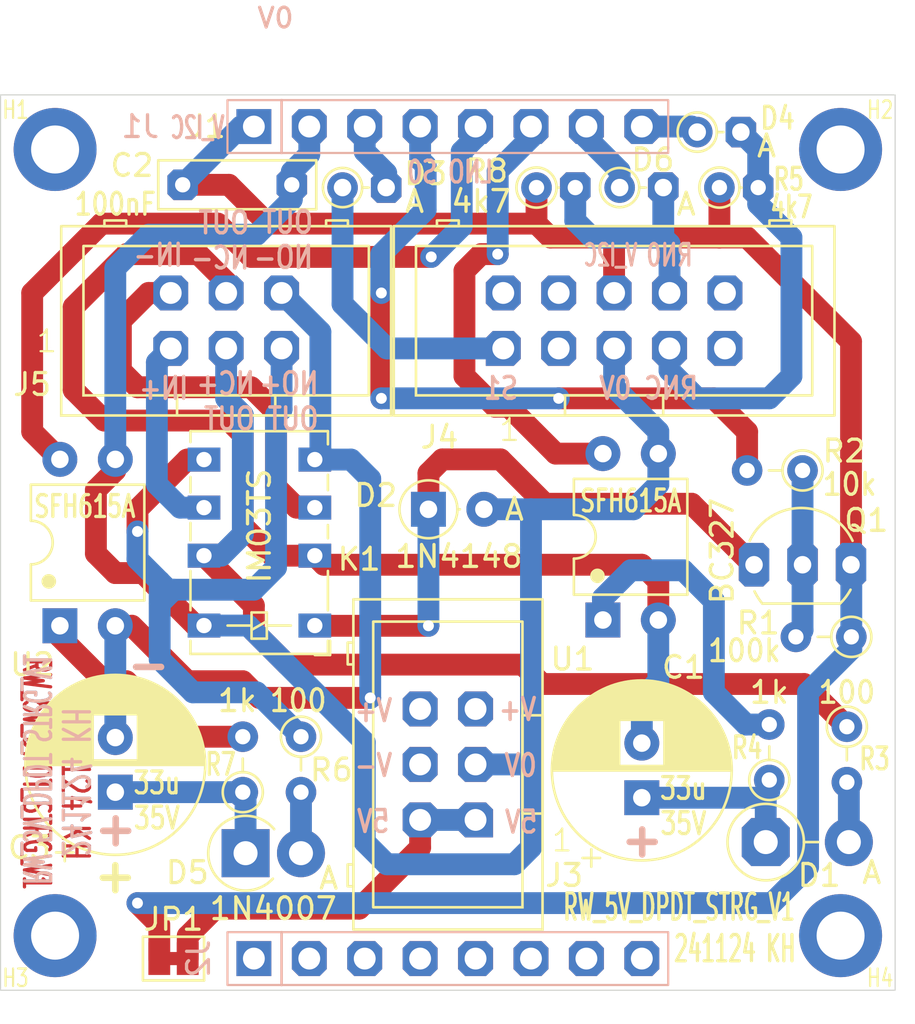
<source format=kicad_pcb>
(kicad_pcb (version 20240108) (generator "pcbnew") (generator_version "8.0")
  (layers (0 "F.Cu" signal) (31 "B.Cu" signal) (34 "B.Paste" user) (35 "F.Paste" user) (36 "B.SilkS" user "B.Silkscreen") (37 "F.SilkS" user "F.Silkscreen") (38 "B.Mask" user) (39 "F.Mask" user) (44 "Edge.Cuts" user))
  (net 0 "")
  (net 1 "/OUTNC-")
  (net 2 "Net-(D1-A)")
  (net 3 "/REL+")
  (net 4 "/S1")
  (net 5 "/S1i")
  (net 6 "Net-(D5-K)")
  (net 7 "/0V")
  (net 8 "/OUTNO-")
  (net 9 "/S0")
  (net 10 "/RNC")
  (net 11 "/RNCi")
  (net 12 "Net-(D5-A)")
  (net 17 "/V_I2C")
  (net 20 "/5V")
  (net 25 "/RNO")
  (net 27 "/RNOi")
  (net 30 "/LNO")
  (net 31 "/LNC")
  (net 32 "/OUTNC+")
  (net 33 "/IN+")
  (net 34 "/IN-")
  (net 35 "/OUTNO+")
  (net 36 "/Q1B")
  (net 37 "Net-(R4-Pad2)")
  (net 38 "Net-(D1-K)")
  (net 42 "Net-(R7-Pad2)")
  (footprint "_kh_library:MountingHole_2.2mm_M2_Pad_TopBottom_kh" (layer "F.Cu") (at 70.07 26.45)
    (property "Reference" "H2" (at 1.812 -1.812 0) (layer "F.SilkS") (effects (font (size 0.8 0.6) (thickness 0.1) (bold yes))))
    (property "Value" "MountingHole" (hide yes))
    (pad "1" thru_hole circle (at 0 0) (size 2.6 2.6) (drill 2.2) (layers "*.Cu" "*.Mask"))
    (pad "1" connect circle (at 0 0) (size 3.8 3.8) (layers "F.Cu" "F.Mask"))
    (pad "1" connect circle (at 0 0) (size 3.8 3.8) (layers "B.Cu" "B.Mask"))
  )
  (footprint "_kh_library:D_DO-41_SOD81_P2.54mm_Vertical_AnodeUp_kh" (layer "F.Cu") (at 42.799 58.674)
    (property "Reference" "D5" (at -2.667 0.889 0) (layer "F.SilkS"))
    (property "Value" "1N4007")
    (fp_text user "A" (at 3.81 1.143 0) (layer "F.SilkS"))
    (pad "1" thru_hole rect (at 0 0) (size 2.2 2.2) (drill 1.1) (layers "*.Cu" "*.Mask") (net 6 "Net-(D5-K)"))
    (pad "2" thru_hole oval (at 2.54 0) (size 2.2 2.2) (drill 1.1) (layers "*.Cu" "*.Mask") (net 12 "Net-(D5-A)"))
  )
  (footprint "Resistor_THT:R_Axial_DIN0204_L3.6mm_D1.6mm_P2.54mm_Vertical" (layer "F.Cu") (at 66.802 55.322 90)
    (property "Reference" "R4" (at 1.474 -1.016 180) (layer "F.SilkS") (effects (font (size 1 0.7))))
    (property "Value" "1k")
    (pad "1" thru_hole circle (at 0 0 90) (size 1.4 1.4) (drill 0.7) (layers "*.Cu" "*.Mask") (net 38 "Net-(D1-K)"))
    (pad "2" thru_hole oval (at 2.54 0 90) (size 1.4 1.4) (drill 0.7) (layers "*.Cu" "*.Mask") (net 37 "Net-(R4-Pad2)"))
  )
  (footprint "_kh_library:Box_02x03_P2.54mm_Vertical_kh" (layer "F.Cu") (at 39.37 35.56)
    (property "Reference" "J5" (at -6.35 1.651 0) (layer "F.SilkS"))
    (property "Value" "Box_02x03_P2.54_Vertical" (hide yes))
    (fp_text user "1" (at -6.223 0.254 0) (layer "F.SilkS") (effects (font (thickness 0.1)) (justify left bottom)))
    (pad "1" thru_hole roundrect (at 0 0) (size 1.6 1.6) (drill 1) (layers "*.Cu" "*.Mask") (roundrect_rratio 0) (chamfer_ratio 0.2) (chamfer top_left top_right bottom_right) (net 33 "/IN+"))
    (pad "2" thru_hole roundrect (at 0 -2.54) (size 1.6 1.6) (drill 1) (layers "*.Cu" "*.Mask") (roundrect_rratio 0) (chamfer_ratio 0.2) (chamfer top_left top_right bottom_left bottom_right) (net 34 "/IN-"))
    (pad "3" thru_hole roundrect (at 2.54 0) (size 1.6 1.6) (drill 1) (layers "*.Cu" "*.Mask") (roundrect_rratio 0) (chamfer_ratio 0.2) (chamfer top_left top_right bottom_left bottom_right) (net 32 "/OUTNC+"))
    (pad "4" thru_hole roundrect (at 2.54 -2.54) (size 1.6 1.6) (drill 1) (layers "*.Cu" "*.Mask") (roundrect_rratio 0) (chamfer_ratio 0.2) (chamfer top_left top_right bottom_left bottom_right) (net 1 "/OUTNC-"))
    (pad "5" thru_hole roundrect (at 5.08 0) (size 1.6 1.6) (drill 1) (layers "*.Cu" "*.Mask") (roundrect_rratio 0) (chamfer_ratio 0.2) (chamfer top_left top_right bottom_left bottom_right) (net 35 "/OUTNO+"))
    (pad "6" thru_hole roundrect (at 5.08 -2.54) (size 1.6 1.6) (drill 1) (layers "*.Cu" "*.Mask") (roundrect_rratio 0) (chamfer_ratio 0.2) (chamfer top_left top_right bottom_left bottom_right) (net 8 "/OUTNO-"))
  )
  (footprint "_kh_library:R_Axial_P1.778mm_Vertical_kh" (layer "F.Cu") (at 64.516 28.194)
    (property "Reference" "R5" (at 3.175 -0.381 180) (layer "F.SilkS") (effects (font (size 1 0.7))))
    (property "Value" "4k7")
    (pad "1" thru_hole circle (at 0 0) (size 1.4 1.4) (drill 0.7) (layers "*.Cu" "*.Mask") (net 17 "/V_I2C"))
    (pad "2" thru_hole roundrect (at 1.778 0) (size 1.4 1.4) (drill 0.7) (layers "*.Cu" "*.Mask") (roundrect_rratio 0) (chamfer_ratio 0.2) (chamfer top_left top_right bottom_left bottom_right) (net 10 "/RNC"))
  )
  (footprint "Resistor_THT:R_Axial_DIN0204_L3.6mm_D1.6mm_P2.54mm_Vertical" (layer "F.Cu") (at 68.326 41.148 180)
    (property "Reference" "R2" (at -1.905 0.889 0) (layer "F.SilkS"))
    (property "Value" "10k")
    (pad "1" thru_hole circle (at 0 0 180) (size 1.4 1.4) (drill 0.7) (layers "*.Cu" "*.Mask") (net 36 "/Q1B"))
    (pad "2" thru_hole oval (at 2.54 0 180) (size 1.4 1.4) (drill 0.7) (layers "*.Cu" "*.Mask") (net 9 "/S0"))
  )
  (footprint "_kh_library:D_DO-41_SOD81_P3.81mm_Vertical_AnodeUp_kh" (layer "F.Cu") (at 66.638818 58.166)
    (property "Reference" "D1" (at 2.449182 1.524 180) (layer "F.SilkS"))
    (property "Value" "1N4007")
    (fp_text user "A" (at 4.862182 1.397 180) (layer "F.SilkS"))
    (pad "1" thru_hole roundrect (at 0 0) (size 2.2 2.2) (drill 1.1) (layers "*.Cu" "*.Mask") (roundrect_rratio 0) (chamfer_ratio 0.2) (chamfer top_left top_right bottom_left bottom_right) (net 38 "Net-(D1-K)"))
    (pad "2" thru_hole oval (at 3.81 0) (size 2.2 2.2) (drill 1.1) (layers "*.Cu" "*.Mask") (net 2 "Net-(D1-A)"))
  )
  (footprint "Diode_THT:D_DO-35_SOD27_P2.54mm_Vertical_AnodeUp" (layer "F.Cu") (at 51.181 42.926)
    (property "Reference" "D2" (at -2.413 -0.635 180) (layer "F.SilkS"))
    (property "Value" "1N4148")
    (fp_text user "A" (at 3.937 0 180) (layer "F.SilkS"))
    (pad "1" thru_hole rect (at 0 0) (size 1.6 1.6) (drill 0.8) (layers "*.Cu" "*.Mask") (net 3 "/REL+"))
    (pad "2" thru_hole oval (at 2.54 0) (size 1.6 1.6) (drill 0.8) (layers "*.Cu" "*.Mask") (net 7 "/0V"))
  )
  (footprint "Resistor_THT:R_Axial_DIN0204_L3.6mm_D1.6mm_P2.54mm_Vertical" (layer "F.Cu") (at 70.358 52.882 -90)
    (property "Reference" "R3" (at 1.474 -1.27 180) (layer "F.SilkS") (effects (font (size 1 0.7))))
    (property "Value" "100")
    (pad "1" thru_hole circle (at 0 0 270) (size 1.4 1.4) (drill 0.7) (layers "*.Cu" "*.Mask") (net 32 "/OUTNC+"))
    (pad "2" thru_hole oval (at 2.54 0 270) (size 1.4 1.4) (drill 0.7) (layers "*.Cu" "*.Mask") (net 2 "Net-(D1-A)"))
  )
  (footprint "_kh_library:D_DO-35_P2.0mm_Vertical_AnodeUp_kh" (layer "F.Cu") (at 59.944 28.194)
    (property "Reference" "D6" (hide yes))
    (property "Value" "1N4148" (hide yes))
    (fp_text user "${REFERENCE}" (at 1.524 -1.27 0) (layer "F.SilkS"))
    (fp_text user "A" (at 3.048 0.762 0) (layer "F.SilkS"))
    (pad "1" thru_hole circle (at 0 0) (size 1.4 1.4) (drill 0.8) (layers "*.Cu" "*.Mask") (net 27 "/RNOi"))
    (pad "2" thru_hole roundrect (at 2 0) (size 1.4 1.4) (drill 0.8) (layers "*.Cu" "*.Mask") (roundrect_rratio 0) (chamfer_ratio 0.2) (chamfer top_left top_right bottom_left bottom_right) (net 25 "/RNO"))
  )
  (footprint "Resistor_THT:R_Axial_DIN0204_L3.6mm_D1.6mm_P2.54mm_Vertical" (layer "F.Cu") (at 42.672 55.88 90)
    (property "Reference" "R7" (at 1.27 -1.016 180) (layer "F.SilkS") (effects (font (size 1 0.7))))
    (property "Value" "1k")
    (pad "1" thru_hole circle (at 0 0 90) (size 1.4 1.4) (drill 0.7) (layers "*.Cu" "*.Mask") (net 6 "Net-(D5-K)"))
    (pad "2" thru_hole oval (at 2.54 0 90) (size 1.4 1.4) (drill 0.7) (layers "*.Cu" "*.Mask") (net 42 "Net-(R7-Pad2)"))
  )
  (footprint "_kh_library:D_DO-35_P2.0mm_Vertical_AnodeUp_kh" (layer "F.Cu") (at 47.244 28.194)
    (property "Reference" "D3" (at 3.81 -0.635 0) (layer "F.SilkS"))
    (property "Value" "1N4148" (hide yes))
    (fp_text user "A" (at 3.302 0.635 0) (layer "F.SilkS"))
    (pad "1" thru_hole circle (at 0 0) (size 1.4 1.4) (drill 0.8) (layers "*.Cu" "*.Mask") (net 4 "/S1"))
    (pad "2" thru_hole roundrect (at 2 0) (size 1.4 1.4) (drill 0.8) (layers "*.Cu" "*.Mask") (roundrect_rratio 0) (chamfer_ratio 0.2) (chamfer top_left top_right bottom_left bottom_right) (net 5 "/S1i"))
  )
  (footprint "_kh_library:C_Rect_L7.0mm_W2.0mm_P5.00mm_kh" (layer "F.Cu") (at 44.918 28.067 180)
    (property "Reference" "C2" (at 7.326 0.889 0) (layer "F.SilkS"))
    (property "Value" "100nF")
    (pad "1" thru_hole roundrect (at 0 0 180) (size 1.4 1.4) (drill 0.7) (layers "*.Cu" "*.Mask") (roundrect_rratio 0) (chamfer_ratio 0.2) (chamfer top_left top_right bottom_left bottom_right) (net 7 "/0V"))
    (pad "2" thru_hole roundrect (at 5 0 180) (size 1.4 1.4) (drill 0.7) (layers "*.Cu" "*.Mask") (roundrect_rratio 0) (chamfer_ratio 0.2) (chamfer top_left top_right bottom_left bottom_right) (net 17 "/V_I2C"))
  )
  (footprint "Jumper:SolderJumper-2_P1.3mm_Bridged_Pad1.0x1.5mm" (layer "F.Cu") (at 39.497 63.5)
    (property "Reference" "JP1" (at 0 -1.8 0) (layer "F.SilkS"))
    (property "Value" "Jumper_2_Bridged" (hide yes))
    (fp_poly (pts (xy -0.25 -0.3) (xy 0.25 -0.3) (xy 0.25 0.3) (xy -0.25 0.3)) (fill solid) (layer "F.Cu"))
    (pad "1" smd rect (at -0.65 0) (size 1 1.5) (layers "F.Cu" "F.Mask") (net 17 "/V_I2C"))
    (pad "2" smd rect (at 0.65 0) (size 1 1.5) (layers "F.Cu" "F.Mask") (net 20 "/5V"))
  )
  (footprint "_kh_library:MountingHole_2.2mm_M2_Pad_TopBottom_kh" (layer "F.Cu") (at 34.07 26.45)
    (property "Reference" "H1" (at -1.812 -1.812 0) (layer "F.SilkS") (effects (font (size 0.8 0.6) (thickness 0.1) (bold yes))))
    (property "Value" "MountingHole" (hide yes))
    (pad "1" thru_hole circle (at 0 0) (size 2.6 2.6) (drill 2.2) (layers "*.Cu" "*.Mask"))
    (pad "1" connect circle (at 0 0) (size 3.8 3.8) (layers "F.Cu" "F.Mask"))
    (pad "1" connect circle (at 0 0) (size 3.8 3.8) (layers "B.Cu" "B.Mask"))
  )
  (footprint "Resistor_THT:R_Axial_DIN0204_L3.6mm_D1.6mm_P2.54mm_Vertical" (layer "F.Cu") (at 45.339 53.34 -90)
    (property "Reference" "R6" (at 1.524 -1.397 180) (layer "F.SilkS"))
    (property "Value" "100")
    (pad "1" thru_hole circle (at 0 0 270) (size 1.4 1.4) (drill 0.7) (layers "*.Cu" "*.Mask") (net 35 "/OUTNO+"))
    (pad "2" thru_hole oval (at 2.54 0 270) (size 1.4 1.4) (drill 0.7) (layers "*.Cu" "*.Mask") (net 12 "Net-(D5-A)"))
  )
  (footprint "_kh_library:MountingHole_2.2mm_M2_Pad_TopBottom_kh" (layer "F.Cu") (at 34.07 62.45)
    (property "Reference" "H3" (at -1.812 1.939 0) (layer "F.SilkS") (effects (font (size 0.8 0.6) (thickness 0.1) (bold yes))))
    (property "Value" "MountingHole" (hide yes))
    (pad "1" thru_hole circle (at 0 0) (size 2.6 2.6) (drill 2.2) (layers "*.Cu" "*.Mask"))
    (pad "1" connect circle (at 0 0) (size 3.8 3.8) (layers "F.Cu" "F.Mask"))
    (pad "1" connect circle (at 0 0) (size 3.8 3.8) (layers "B.Cu" "B.Mask"))
  )
  (footprint "_kh_library:TO-92_Inline_Wide_2.2225" (layer "F.Cu") (at 66.1035 45.466)
    (property "Reference" "Q1" (at 5.1435 -2.032 0) (layer "F.SilkS"))
    (property "Value" "BC327")
    (pad "1" thru_hole roundrect (at 0 0) (size 1.4 2) (drill 0.8) (layers "*.Cu" "*.Mask") (roundrect_rratio 0) (chamfer_ratio 0.2) (chamfer top_left top_right bottom_left bottom_right) (net 3 "/REL+"))
    (pad "2" thru_hole roundrect (at 2.2225 0) (size 1.4 2) (drill 0.8) (layers "*.Cu" "*.Mask") (roundrect_rratio 0) (chamfer_ratio 0.2) (chamfer top_left top_right bottom_left bottom_right) (net 36 "/Q1B"))
    (pad "3" thru_hole roundrect (at 4.445 0) (size 1.4 2) (drill 0.8) (layers "*.Cu" "*.Mask") (roundrect_rratio 0) (chamfer_ratio 0.2) (chamfer top_left top_right bottom_left bottom_right) (net 17 "/V_I2C"))
  )
  (footprint "Package_DIP:DIP-4_W7.62mm" (layer "F.Cu") (at 59.177 47.996 90)
    (property "Reference" "U1" (at -1.788 -1.392 180) (layer "F.SilkS"))
    (property "Value" "SFH615A")
    (pad "1" thru_hole rect (at 0 0 90) (size 1.6 1.6) (drill 0.8) (layers "*.Cu" "*.Mask") (net 37 "Net-(R4-Pad2)"))
    (pad "2" thru_hole oval (at 0 2.54 90) (size 1.6 1.6) (drill 0.8) (layers "*.Cu" "*.Mask") (net 1 "/OUTNC-"))
    (pad "3" thru_hole oval (at 7.62 2.54 90) (size 1.6 1.6) (drill 0.8) (layers "*.Cu" "*.Mask") (net 7 "/0V"))
    (pad "4" thru_hole oval (at 7.62 0 90) (size 1.6 1.6) (drill 0.8) (layers "*.Cu" "*.Mask") (net 31 "/LNC"))
  )
  (footprint "_kh_library:Box_02x03_P2.54mm_Vertical_kh" (layer "F.Cu") (at 53.34 57.15 90)
    (property "Reference" "J3" (at -2.54 4.064 180) (layer "F.SilkS"))
    (property "Value" "Box_02x03_P2.54_Vertical" (hide yes))
    (fp_text user "1" (at -1.524 3.429 0) (layer "F.SilkS") (effects (font (thickness 0.1)) (justify left bottom)))
    (pad "1" thru_hole roundrect (at 0 0 90) (size 1.6 1.6) (drill 1) (layers "*.Cu" "*.Mask") (roundrect_rratio 0) (chamfer_ratio 0.2) (chamfer top_left top_right bottom_right) (net 20 "/5V"))
    (pad "2" thru_hole roundrect (at 0 -2.54 90) (size 1.6 1.6) (drill 1) (layers "*.Cu" "*.Mask") (roundrect_rratio 0) (chamfer_ratio 0.2) (chamfer top_left top_right bottom_left bottom_right) (net 20 "/5V"))
    (pad "3" thru_hole roundrect (at 2.54 0 90) (size 1.6 1.6) (drill 1) (layers "*.Cu" "*.Mask") (roundrect_rratio 0) (chamfer_ratio 0.2) (chamfer top_left top_right bottom_left bottom_right) (net 7 "/0V"))
    (pad "4" thru_hole roundrect (at 2.54 -2.54 90) (size 1.6 1.6) (drill 1) (layers "*.Cu" "*.Mask") (roundrect_rratio 0) (chamfer_ratio 0.2) (chamfer top_left top_right bottom_left bottom_right))
    (pad "5" thru_hole roundrect (at 5.08 0 90) (size 1.6 1.6) (drill 1) (layers "*.Cu" "*.Mask") (roundrect_rratio 0) (chamfer_ratio 0.2) (chamfer top_left top_right bottom_left bottom_right))
    (pad "6" thru_hole roundrect (at 5.08 -2.54 90) (size 1.6 1.6) (drill 1) (layers "*.Cu" "*.Mask") (roundrect_rratio 0) (chamfer_ratio 0.2) (chamfer top_left top_right bottom_left bottom_right))
  )
  (footprint "_kh_library:R_Axial_P1.778mm_Vertical_kh" (layer "F.Cu") (at 56.134 28.194)
    (property "Reference" "R8" (at -2.286 -0.762 0) (layer "F.SilkS"))
    (property "Value" "4k7")
    (pad "1" thru_hole circle (at 0 0) (size 1.4 1.4) (drill 0.7) (layers "*.Cu" "*.Mask") (net 17 "/V_I2C"))
    (pad "2" thru_hole roundrect (at 1.778 0) (size 1.4 1.4) (drill 0.7) (layers "*.Cu" "*.Mask") (roundrect_rratio 0) (chamfer_ratio 0.2) (chamfer top_left top_right bottom_left bottom_right) (net 25 "/RNO"))
  )
  (footprint "Resistor_THT:R_Axial_DIN0204_L3.6mm_D1.6mm_P2.54mm_Vertical" (layer "F.Cu") (at 70.562 48.768 180)
    (property "Reference" "R1" (at 4.268 0.635 0) (layer "F.SilkS"))
    (property "Value" "100k")
    (pad "1" thru_hole circle (at 0 0 180) (size 1.4 1.4) (drill 0.7) (layers "*.Cu" "*.Mask") (net 17 "/V_I2C"))
    (pad "2" thru_hole oval (at 2.54 0 180) (size 1.4 1.4) (drill 0.7) (layers "*.Cu" "*.Mask") (net 36 "/Q1B"))
  )
  (footprint "_kh_library:D_DO-35_P2.0mm_Vertical_AnodeUp_kh" (layer "F.Cu") (at 63.5 25.654)
    (property "Reference" "D4" (at 3.683 -0.635 0) (layer "F.SilkS") (effects (font (size 1 0.8))))
    (property "Value" "1N4148" (hide yes))
    (fp_text user "A" (at 3.175 0.635 0) (layer "F.SilkS"))
    (pad "1" thru_hole circle (at 0 0) (size 1.4 1.4) (drill 0.8) (layers "*.Cu" "*.Mask") (net 11 "/RNCi"))
    (pad "2" thru_hole roundrect (at 2 0) (size 1.4 1.4) (drill 0.8) (layers "*.Cu" "*.Mask") (roundrect_rratio 0) (chamfer_ratio 0.2) (chamfer top_left top_right bottom_left bottom_right) (net 10 "/RNC"))
  )
  (footprint "_kh_library:MountingHole_2.2mm_M2_Pad_TopBottom_kh" (layer "F.Cu") (at 70.07 62.45)
    (property "Reference" "H4" (at 1.812 1.939 0) (layer "F.SilkS") (effects (font (size 0.8 0.6) (thickness 0.1) (bold yes))))
    (property "Value" "MountingHole" (hide yes))
    (pad "1" thru_hole circle (at 0 0) (size 2.6 2.6) (drill 2.2) (layers "*.Cu" "*.Mask"))
    (pad "1" connect circle (at 0 0) (size 3.8 3.8) (layers "F.Cu" "F.Mask"))
    (pad "1" connect circle (at 0 0) (size 3.8 3.8) (layers "B.Cu" "B.Mask"))
  )
  (footprint "Package_DIP:DIP-4_W7.62mm" (layer "F.Cu") (at 34.29 48.26 90)
    (property "Reference" "U2" (at -1.778 -1.27 180) (layer "F.SilkS"))
    (property "Value" "SFH615A")
    (pad "1" thru_hole rect (at 0 0 90) (size 1.6 1.6) (drill 0.8) (layers "*.Cu" "*.Mask") (net 42 "Net-(R7-Pad2)"))
    (pad "2" thru_hole oval (at 0 2.54 90) (size 1.6 1.6) (drill 0.8) (layers "*.Cu" "*.Mask") (net 8 "/OUTNO-"))
    (pad "3" thru_hole oval (at 7.62 2.54 90) (size 1.6 1.6) (drill 0.8) (layers "*.Cu" "*.Mask") (net 7 "/0V"))
    (pad "4" thru_hole oval (at 7.62 0 90) (size 1.6 1.6) (drill 0.8) (layers "*.Cu" "*.Mask") (net 30 "/LNO"))
  )
  (footprint "Capacitor_THT:CP_Radial_D8.0mm_P2.50mm" (layer "F.Cu") (at 36.83 55.88 90)
    (property "Reference" "C3" (at -2.54 -3.937 180) (layer "F.SilkS"))
    (property "Value" "33u/35V")
    (pad "1" thru_hole rect (at 0 0 90) (size 1.6 1.6) (drill 0.8) (layers "*.Cu" "*.Mask") (net 6 "Net-(D5-K)"))
    (pad "2" thru_hole circle (at 2.5 0 90) (size 1.6 1.6) (drill 0.8) (layers "*.Cu" "*.Mask") (net 8 "/OUTNO-"))
  )
  (footprint "Capacitor_THT:CP_Radial_D8.0mm_P2.50mm" (layer "F.Cu") (at 60.96 56.134 90)
    (property "Reference" "C1" (at 5.969 1.905 0) (layer "F.SilkS"))
    (property "Value" "33u/35V")
    (pad "1" thru_hole rect (at 0 0 90) (size 1.6 1.6) (drill 0.8) (layers "*.Cu" "*.Mask") (net 38 "Net-(D1-K)"))
    (pad "2" thru_hole circle (at 2.5 0 90) (size 1.6 1.6) (drill 0.8) (layers "*.Cu" "*.Mask") (net 1 "/OUTNC-"))
  )
  (footprint "_kh_library:Box_02x05_P2.54mm_Vertical_kh" (layer "F.Cu") (at 54.61 35.56)
    (property "Reference" "J4" (at -2.921 4.064 0) (layer "F.SilkS"))
    (property "Value" "Box_02x05_P2.54_Vertical" (hide yes))
    (fp_text user "1" (at -0.254 4.318 0) (layer "F.SilkS") (effects (font (thickness 0.1)) (justify left bottom)))
    (pad "1" thru_hole roundrect (at 0 0) (size 1.6 1.6) (drill 1) (layers "*.Cu" "*.Mask") (roundrect_rratio 0) (chamfer_ratio 0.2) (chamfer top_left top_right bottom_right) (net 4 "/S1"))
    (pad "2" thru_hole roundrect (at 0 -2.54) (size 1.6 1.6) (drill 1) (layers "*.Cu" "*.Mask") (roundrect_rratio 0) (chamfer_ratio 0.2) (chamfer top_left top_right bottom_left bottom_right))
    (pad "3" thru_hole roundrect (at 2.54 0) (size 1.6 1.6) (drill 1) (layers "*.Cu" "*.Mask") (roundrect_rratio 0) (chamfer_ratio 0.2) (chamfer top_left top_right bottom_left bottom_right))
    (pad "4" thru_hole roundrect (at 2.54 -2.54) (size 1.6 1.6) (drill 1) (layers "*.Cu" "*.Mask") (roundrect_rratio 0) (chamfer_ratio 0.2) (chamfer top_left top_right bottom_left bottom_right))
    (pad "5" thru_hole roundrect (at 5.08 0) (size 1.6 1.6) (drill 1) (layers "*.Cu" "*.Mask") (roundrect_rratio 0) (chamfer_ratio 0.2) (chamfer top_left top_right bottom_left bottom_right) (net 7 "/0V"))
    (pad "6" thru_hole roundrect (at 5.08 -2.54) (size 1.6 1.6) (drill 1) (layers "*.Cu" "*.Mask") (roundrect_rratio 0) (chamfer_ratio 0.2) (chamfer top_left top_right bottom_left bottom_right) (net 17 "/V_I2C"))
    (pad "7" thru_hole roundrect (at 7.62 0) (size 1.6 1.6) (drill 1) (layers "*.Cu" "*.Mask") (roundrect_rratio 0) (chamfer_ratio 0.2) (chamfer top_left top_right bottom_left bottom_right) (net 10 "/RNC"))
    (pad "8" thru_hole roundrect (at 7.62 -2.54) (size 1.6 1.6) (drill 1) (layers "*.Cu" "*.Mask") (roundrect_rratio 0) (chamfer_ratio 0.2) (chamfer top_left top_right bottom_left bottom_right) (net 25 "/RNO"))
    (pad "9" thru_hole roundrect (at 10.16 0) (size 1.6 1.6) (drill 1) (layers "*.Cu" "*.Mask") (roundrect_rratio 0) (chamfer_ratio 0.2) (chamfer top_left top_right bottom_left bottom_right))
    (pad "10" thru_hole roundrect (at 10.16 -2.54) (size 1.6 1.6) (drill 1) (layers "*.Cu" "*.Mask") (roundrect_rratio 0) (chamfer_ratio 0.2) (chamfer top_left top_right bottom_left bottom_right))
  )
  (footprint "_kh_library:Relay_DPDT_AXICOM_IMSeries_Pitch5.08mm_rect_Pins" (layer "F.Cu") (at 45.974 48.25 180)
    (property "Reference" "K1" (at -2.032 3.038 180) (layer "F.SilkS"))
    (property "Value" "IM03TS")
    (pad "1" thru_hole rect (at 0 0 180) (size 1.5 1.1) (drill 0.7) (layers "*.Cu" "*.Mask") (net 3 "/REL+"))
    (pad "2" thru_hole rect (at 0 3.2 180) (size 1.5 1.1) (drill 0.7) (layers "*.Cu" "*.Mask") (net 1 "/OUTNC-"))
    (pad "3" thru_hole rect (at 0 5.4 180) (size 1.5 1.1) (drill 0.7) (layers "*.Cu" "*.Mask") (net 34 "/IN-"))
    (pad "4" thru_hole rect (at 0 7.6 180) (size 1.5 1.1) (drill 0.7) (layers "*.Cu" "*.Mask") (net 8 "/OUTNO-"))
    (pad "5" thru_hole rect (at 5.08 7.6 180) (size 1.5 1.1) (drill 0.7) (layers "*.Cu" "*.Mask") (net 35 "/OUTNO+"))
    (pad "6" thru_hole rect (at 5.08 5.4 180) (size 1.5 1.1) (drill 0.7) (layers "*.Cu" "*.Mask") (net 33 "/IN+"))
    (pad "7" thru_hole rect (at 5.08 3.2 180) (size 1.5 1.1) (drill 0.7) (layers "*.Cu" "*.Mask") (net 32 "/OUTNC+"))
    (pad "8" thru_hole rect (at 5.08 0 180) (size 1.5 1.1) (drill 0.7) (layers "*.Cu" "*.Mask") (net 7 "/0V"))
  )
  (footprint "_kh_library:PinHeader_1x08_P2.54mm_Vertical_kh" (layer "B.Cu") (at 43.18 25.4 -90)
    (property "Reference" "J1" (at 0 5.207 0) (layer "B.SilkS") (effects (justify mirror)))
    (property "Value" "Conn_01x08_Header")
    (fp_text user "${REFERENCE}" (at 0 2.159 0) (layer "F.SilkS"))
    (pad "1" thru_hole rect (at 0 0 270) (size 1.6 1.6) (drill 1) (layers "*.Cu" "*.Mask") (net 17 "/V_I2C"))
    (pad "2" thru_hole roundrect (at 0 -2.54 270) (size 1.6 1.6) (drill 1) (layers "*.Cu" "*.Mask") (roundrect_rratio 0) (chamfer_ratio 0.2) (chamfer top_left top_right bottom_left bottom_right) (net 7 "/0V"))
    (pad "3" thru_hole roundrect (at 0 -5.08 270) (size 1.6 1.6) (drill 1) (layers "*.Cu" "*.Mask") (roundrect_rratio 0) (chamfer_ratio 0.2) (chamfer top_left top_right bottom_left bottom_right) (net 5 "/S1i"))
    (pad "4" thru_hole roundrect (at 0 -7.62 270) (size 1.6 1.6) (drill 1) (layers "*.Cu" "*.Mask") (roundrect_rratio 0) (chamfer_ratio 0.2) (chamfer top_left top_right bottom_left bottom_right) (net 9 "/S0"))
    (pad "5" thru_hole roundrect (at 0 -10.16 270) (size 1.6 1.6) (drill 1) (layers "*.Cu" "*.Mask") (roundrect_rratio 0) (chamfer_ratio 0.2) (chamfer top_left top_right bottom_left bottom_right) (net 30 "/LNO"))
    (pad "6" thru_hole roundrect (at 0 -12.7 270) (size 1.6 1.6) (drill 1) (layers "*.Cu" "*.Mask") (roundrect_rratio 0) (chamfer_ratio 0.2) (chamfer top_left top_right bottom_left bottom_right) (net 31 "/LNC"))
    (pad "7" thru_hole roundrect (at 0 -15.24 270) (size 1.6 1.6) (drill 1) (layers "*.Cu" "*.Mask") (roundrect_rratio 0) (chamfer_ratio 0.2) (chamfer top_left top_right bottom_left bottom_right) (net 27 "/RNOi"))
    (pad "8" thru_hole roundrect (at 0 -17.78 270) (size 1.6 1.6) (drill 1) (layers "*.Cu" "*.Mask") (roundrect_rratio 0) (chamfer_ratio 0.2) (chamfer top_left top_right bottom_left bottom_right) (net 11 "/RNCi"))
  )
  (footprint "_kh_library:PinHeader_1x08_P2.54mm_Vertical_kh" (layer "B.Cu") (at 43.18 63.5 -90)
    (property "Reference" "J2" (at 0 2.54 -90) (layer "B.SilkS") (effects (justify mirror)))
    (property "Value" "Conn_01x08_Header")
    (pad "1" thru_hole rect (at 0 0 270) (size 1.6 1.6) (drill 1) (layers "*.Cu" "*.Mask"))
    (pad "2" thru_hole roundrect (at 0 -2.54 270) (size 1.6 1.6) (drill 1) (layers "*.Cu" "*.Mask") (roundrect_rratio 0) (chamfer_ratio 0.2) (chamfer top_left top_right bottom_left bottom_right))
    (pad "3" thru_hole roundrect (at 0 -5.08 270) (size 1.6 1.6) (drill 1) (layers "*.Cu" "*.Mask") (roundrect_rratio 0) (chamfer_ratio 0.2) (chamfer top_left top_right bottom_left bottom_right))
    (pad "4" thru_hole roundrect (at 0 -7.62 270) (size 1.6 1.6) (drill 1) (layers "*.Cu" "*.Mask") (roundrect_rratio 0) (chamfer_ratio 0.2) (chamfer top_left top_right bottom_left bottom_right))
    (pad "5" thru_hole roundrect (at 0 -10.16 270) (size 1.6 1.6) (drill 1) (layers "*.Cu" "*.Mask") (roundrect_rratio 0) (chamfer_ratio 0.2) (chamfer top_left top_right bottom_left bottom_right))
    (pad "6" thru_hole roundrect (at 0 -12.7 270) (size 1.6 1.6) (drill 1) (layers "*.Cu" "*.Mask") (roundrect_rratio 0) (chamfer_ratio 0.2) (chamfer top_left top_right bottom_left bottom_right))
    (pad "7" thru_hole roundrect (at 0 -15.24 270) (size 1.6 1.6) (drill 1) (layers "*.Cu" "*.Mask") (roundrect_rratio 0) (chamfer_ratio 0.2) (chamfer top_left top_right bottom_left bottom_right))
    (pad "8" thru_hole roundrect (at 0 -17.78 270) (size 1.6 1.6) (drill 1) (layers "*.Cu" "*.Mask") (roundrect_rratio 0) (chamfer_ratio 0.2) (chamfer top_left top_right bottom_left bottom_right))
  )
  (gr_circle (center 33.782 46.228) (end 33.655 46.482) (stroke (width 0.1)) (fill solid) (layer "F.SilkS"))
  (gr_circle (center 58.928 45.974) (end 58.801 46.228) (stroke (width 0.1)) (fill solid) (layer "F.SilkS"))
  (gr_rect (start 31.57 23.95) (end 72.57 64.95) (stroke (width 0.05)) (fill none) (layer "Edge.Cuts"))
  (gr_text "241124 KH" (at 34.29 52.07 270) (layer "F.Cu") (effects (font (size 1.2 0.8) (thickness 0.15) (bold yes)) (justify left bottom)))
  (gr_text "RW_5V_DPDT_STRG_V1" (at 32.512 49.657 270) (layer "F.Cu") (effects (font (size 1.2 0.65)) (justify left bottom)))
  (gr_text "RW_5V_DPDT_STRG_V1" (at 32.512 60.198 270) (layer "B.Cu") (effects (font (size 1.2 0.65) (thickness 0.15) (bold yes)) (justify left bottom mirror)))
  (gr_text "241124 KH" (at 34.29 58.928 270) (layer "B.Cu") (effects (font (size 1.2 0.8) (thickness 0.15) (bold yes)) (justify left bottom mirror)))
  (gr_text "RNC" (at 63.627 37.973 0) (layer "B.SilkS") (effects (font (size 1 0.8) (thickness 0.16) (bold yes)) (justify left bottom mirror)))
  (gr_text "+" (at 37.973 58.42 0) (layer "B.SilkS") (effects (font (size 1.5 1.5) (thickness 0.3) (bold yes)) (justify left bottom mirror)))
  (gr_text "LNO S0" (at 54.229 28.067 0) (layer "B.SilkS") (effects (font (size 1 0.7)) (justify left bottom mirror)))
  (gr_text "V_I2C" (at 41.91 26.035 0) (layer "B.SilkS") (effects (font (size 1 0.6)) (justify left bottom mirror)))
  (gr_text "OUT\nNO-" (at 45.974 31.9786 0) (layer "B.SilkS") (effects (font (size 1 0.8) (thickness 0.16) (bold yes)) (justify left bottom mirror)))
  (gr_text "V+" (at 49.6062 52.7304 0) (layer "B.SilkS") (effects (font (size 1 0.8) (thickness 0.16) (bold yes)) (justify left bottom mirror)))
  (gr_text "IN-" (at 40.005 31.877 0) (layer "B.SilkS") (effects (font (size 1 0.8) (thickness 0.16) (bold yes)) (justify left bottom mirror)))
  (gr_text "241124 KH" (at 34.29 58.928 270) (layer "B.SilkS") (effects (font (size 1.2 0.8) (thickness 0.15) (bold yes)) (justify left bottom mirror)))
  (gr_text "0V" (at 56.2356 55.245 0) (layer "B.SilkS") (effects (font (size 1 0.8) (thickness 0.16) (bold yes)) (justify left bottom mirror)))
  (gr_text "OUT\nNC-" (at 43.053 32.004 0) (layer "B.SilkS") (effects (font (size 1 0.8) (thickness 0.16) (bold yes)) (justify left bottom mirror)))
  (gr_text "+" (at 62.103 58.928 0) (layer "B.SilkS") (effects (font (size 1.5 1.5) (thickness 0.3) (bold yes)) (justify left bottom mirror)))
  (gr_text "IN+" (at 40.259 37.973 0) (layer "B.SilkS") (effects (font (size 1 0.8) (thickness 0.16) (bold yes)) (justify left bottom mirror)))
  (gr_text "NC+\nOUT" (at 43.307 39.37 0) (layer "B.SilkS") (effects (font (size 1 0.8) (thickness 0.16) (bold yes)) (justify left bottom mirror)))
  (gr_text "V+" (at 56.2102 52.6754 0) (layer "B.SilkS") (effects (font (size 1 0.8) (thickness 0.16) (bold yes)) (justify left bottom mirror)))
  (gr_text "S1" (at 55.372 37.973 0) (layer "B.SilkS") (effects (font (size 1 0.8) (thickness 0.16) (bold yes)) (justify left bottom mirror)))
  (gr_text "5V" (at 49.4792 57.8062 0) (layer "B.SilkS") (effects (font (size 1 0.8) (thickness 0.16) (bold yes)) (justify left bottom mirror)))
  (gr_text "0V" (at 60.579 37.973 0) (layer "B.SilkS") (effects (font (size 1 0.8) (thickness 0.16) (bold yes)) (justify left bottom mirror)))
  (gr_text "5V" (at 56.261 57.8316 0) (layer "B.SilkS") (effects (font (size 1 0.8) (thickness 0.16) (bold yes)) (justify left bottom mirror)))
  (gr_text "RW_5V_DPDT_STRG_V1" (at 32.512 60.198 270) (layer "B.SilkS") (effects (font (size 1.2 0.65)) (justify left bottom mirror)))
  (gr_text "V_I2C" (at 60.833 31.877 0) (layer "B.SilkS") (effects (font (size 1 0.6) (thickness 0.14) (bold yes)) (justify left bottom mirror)))
  (gr_text "NO+\nOUT" (at 46.228 39.37 0) (layer "B.SilkS") (effects (font (size 1 0.8) (thickness 0.16) (bold yes)) (justify left bottom mirror)))
  (gr_text "0V" (at 45.085 20.955 0) (layer "B.SilkS") (effects (font (size 0.9 0.9)) (justify left bottom mirror)))
  (gr_text "-" (at 38.354 50.038 0) (layer "B.SilkS") (effects (font (size 1.5 1.5) (thickness 0.3) (bold yes)) (justify mirror)))
  (gr_text "V-" (at 49.6062 55.2408 0) (layer "B.SilkS") (effects (font (size 1 0.8) (thickness 0.16) (bold yes)) (justify left bottom mirror)))
  (gr_text "RN0" (at 63.373 31.877 0) (layer "B.SilkS") (effects (font (size 1 0.7) (thickness 0.14) (bold yes)) (justify left bottom mirror)))
  (gr_text "33u\n35V" (at 62.865 56.515 0) (layer "F.SilkS") (effects (font (size 1 0.75))))
  (gr_text "IM03TS" (at 43.434 43.688 90) (layer "F.SilkS") (effects (font (size 1 1))))
  (gr_text "SFH615A" (at 60.452 42.545 0) (layer "F.SilkS") (effects (font (size 1 0.7))))
  (gr_text "RW_5V_DPDT_STRG_V1" (at 57.277 61.849 0) (layer "F.SilkS") (effects (font (size 1.2 0.65)) (justify left bottom)))
  (gr_text "4k7" (at 67.818 29.083 0) (layer "F.SilkS") (effects (font (size 1 0.7))))
  (gr_text "+" (at 36.83 59.69 0) (layer "F.SilkS") (effects (font (size 1.5 1.5) (thickness 0.3) (bold yes))))
  (gr_text "33u\n35V" (at 38.735 56.261 0) (layer "F.SilkS") (effects (font (size 1 0.75))))
  (gr_text "BC327" (at 64.643 44.831 90) (layer "F.SilkS") (effects (font (size 1 1))))
  (gr_text "4k7" (at 53.594 28.829 0) (layer "F.SilkS") (effects (font (size 1 1))))
  (gr_text "100k" (at 65.659 49.403 0) (layer "F.SilkS") (effects (font (size 1 0.9))))
  (gr_text "1k" (at 42.418 51.689 0) (layer "F.SilkS") (effects (font (size 1 1))))
  (gr_text "1N4007" (at 44.069 61.214 0) (layer "F.SilkS") (effects (font (size 1 1))))
  (gr_text "100nF" (at 36.83 28.956 0) (layer "F.SilkS") (effects (font (size 1 0.8))))
  (gr_text "10k" (at 70.485 41.783 0) (layer "F.SilkS") (effects (font (size 1 0.9))))
  (gr_text "100" (at 45.212 51.689 0) (layer "F.SilkS") (effects (font (size 1 0.9))))
  (gr_text "100" (at 70.358 51.308 0) (layer "F.SilkS") (effects (font (size 1 0.9))))
  (gr_text "1k" (at 66.802 51.308 0) (layer "F.SilkS") (effects (font (size 1 1))))
  (gr_text "241124 KH" (at 62.357 63.754 0) (layer "F.SilkS") (effects (font (size 1.2 0.65)) (justify left bottom)))
  (gr_text "1N4148" (at 52.578 45.085 0) (layer "F.SilkS") (effects (font (size 1 1))))
  (gr_text "SFH615A" (at 35.433 42.799 0) (layer "F.SilkS") (effects (font (size 1 0.7))))
  (segment (start 61.717 46.223) (end 60.96 45.466) (width 1) (layer "F.Cu") (net 1))
  (segment (start 42.037 38.862) (end 42.672 39.497) (width 1) (layer "F.Cu") (net 1))
  (segment (start 42.672 39.497) (end 42.672 43.688) (width 1) (layer "F.Cu") (net 1))
  (segment (start 41.91 33.02) (end 41.91 32.512) (width 1) (layer "F.Cu") (net 1))
  (segment (start 41.91 32.512) (end 40.64 31.242) (width 1) (layer "F.Cu") (net 1))
  (segment (start 46.39 45.466) (end 45.974 45.05) (width 1) (layer "F.Cu") (net 1))
  (segment (start 61.717 47.996) (end 61.717 46.223) (width 1) (layer "F.Cu") (net 1))
  (segment (start 34.925 33.655) (end 34.925 37.465) (width 1) (layer "F.Cu") (net 1))
  (segment (start 44.034 45.05) (end 45.974 45.05) (width 1) (layer "F.Cu") (net 1))
  (segment (start 42.672 43.688) (end 44.034 45.05) (width 1) (layer "F.Cu") (net 1))
  (segment (start 60.96 45.466) (end 46.39 45.466) (width 1) (layer "F.Cu") (net 1))
  (segment (start 37.338 31.242) (end 34.925 33.655) (width 1) (layer "F.Cu") (net 1))
  (segment (start 36.322 38.862) (end 42.037 38.862) (width 1) (layer "F.Cu") (net 1))
  (segment (start 34.925 37.465) (end 36.322 38.862) (width 1) (layer "F.Cu") (net 1))
  (segment (start 40.64 31.242) (end 37.338 31.242) (width 1) (layer "F.Cu") (net 1))
  (segment (start 60.96 51.562) (end 61.722 50.8) (width 1) (layer "B.Cu") (net 1))
  (segment (start 60.96 53.634) (end 60.96 51.562) (width 1) (layer "B.Cu") (net 1))
  (segment (start 61.722 50.8) (end 61.717 50.795) (width 1) (layer "B.Cu") (net 1))
  (segment (start 61.717 50.795) (end 61.717 47.996) (width 1) (layer "B.Cu") (net 1))
  (segment (start 70.448818 58.166) (end 70.448818 55.512818) (width 1) (layer "B.Cu") (net 2))
  (segment (start 66.04 45.466) (end 63.246 42.672) (width 1) (layer "F.Cu") (net 3))
  (segment (start 51.054 48.26) (end 51.181 48.26) (width 1) (layer "F.Cu") (net 3))
  (segment (start 51.816 40.64) (end 51.181 41.275) (width 1) (layer "F.Cu") (net 3))
  (segment (start 63.246 42.672) (end 56.515 42.672) (width 1) (layer "F.Cu") (net 3))
  (segment (start 54.483 40.64) (end 51.816 40.64) (width 1) (layer "F.Cu") (net 3))
  (segment (start 56.515 42.672) (end 54.483 40.64) (width 1) (layer "F.Cu") (net 3))
  (segment (start 51.181 41.275) (end 51.181 42.926) (width 1) (layer "F.Cu") (net 3))
  (segment (start 51.054 48.26) (end 45.984 48.26) (width 1) (layer "F.Cu") (net 3))
  (via (at 51.181 48.26) (size 1) (drill 0.5) (layers "F.Cu" "B.Cu") (net 3))
  (segment (start 51.181 42.926) (end 51.181 48.26) (width 1) (layer "B.Cu") (net 3))
  (segment (start 47.244 28.194) (end 47.244 33.528) (width 1) (layer "B.Cu") (net 4))
  (segment (start 47.244 33.528) (end 49.276 35.56) (width 1) (layer "B.Cu") (net 4))
  (segment (start 49.276 35.56) (end 54.61 35.56) (width 1) (layer "B.Cu") (net 4))
  (segment (start 48.26 25.4) (end 48.26 26.543) (width 1) (layer "B.Cu") (net 5))
  (segment (start 49.244 27.527) (end 49.244 28.194) (width 1) (layer "B.Cu") (net 5))
  (segment (start 48.26 26.543) (end 49.244 27.527) (width 1) (layer "B.Cu") (net 5))
  (segment (start 42.799 58.674) (end 42.799 56.007) (width 1) (layer "B.Cu") (net 6))
  (segment (start 42.672 55.88) (end 36.83 55.88) (width 1) (layer "B.Cu") (net 6))
  (segment (start 36.83 45.847) (end 35.941 44.958) (width 1) (layer "F.Cu") (net 7))
  (segment (start 40.503 48.25) (end 38.1 45.847) (width 1) (layer "F.Cu") (net 7))
  (segment (start 36.83 41.148) (end 36.83 40.64) (width 1) (layer "F.Cu") (net 7))
  (segment (start 35.941 44.958) (end 35.941 42.037) (width 1) (layer "F.Cu") (net 7))
  (segment (start 38.1 45.847) (end 36.83 45.847) (width 1) (layer "F.Cu") (net 7))
  (segment (start 35.941 42.037) (end 36.83 41.148) (width 1) (layer "F.Cu") (net 7))
  (segment (start 40.894 48.25) (end 40.503 48.25) (width 1) (layer "F.Cu") (net 7))
  (segment (start 45.72 26.67) (end 45.72 25.4) (width 1) (layer "B.Cu") (net 7))
  (segment (start 38.354 30.353) (end 43.307 30.353) (width 1) (layer "B.Cu") (net 7))
  (segment (start 53.34 54.61) (end 55.88 54.61) (width 1) (layer "B.Cu") (net 7))
  (segment (start 43.307 30.353) (end 44.918 28.742) (width 1) (layer "B.Cu") (net 7))
  (segment (start 48.26 58.166) (end 48.26 53.594) (width 1) (layer "B.Cu") (net 7))
  (segment (start 55.88 58.42) (end 55.118 59.182) (width 1) (layer "B.Cu") (net 7))
  (segment (start 60.579 42.926) (end 61.717 41.788) (width 1) (layer "B.Cu") (net 7))
  (segment (start 55.88 54.61) (end 55.88 42.926) (width 1) (layer "B.Cu") (net 7))
  (segment (start 59.69 37.338) (end 59.69 35.56) (width 1) (layer "B.Cu") (net 7))
  (segment (start 55.88 58.42) (end 55.88 54.61) (width 1) (layer "B.Cu") (net 7))
  (segment (start 36.83 40.64) (end 36.83 31.877) (width 1) (layer "B.Cu") (net 7))
  (segment (start 44.918 28.742) (end 44.918 28.067) (width 1) (layer "B.Cu") (net 7))
  (segment (start 44.918 27.472) (end 45.72 26.67) (width 1) (layer "B.Cu") (net 7))
  (segment (start 44.918 28.067) (end 44.918 27.472) (width 1) (layer "B.Cu") (net 7))
  (segment (start 55.118 59.182) (end 49.276 59.182) (width 1) (layer "B.Cu") (net 7))
  (segment (start 48.26 53.594) (end 42.916 48.25) (width 1) (layer "B.Cu") (net 7))
  (segment (start 49.276 59.182) (end 48.26 58.166) (width 1) (layer "B.Cu") (net 7))
  (segment (start 61.717 40.376) (end 61.717 39.365) (width 1) (layer "B.Cu") (net 7))
  (segment (start 36.83 31.877) (end 38.354 30.353) (width 1) (layer "B.Cu") (net 7))
  (segment (start 42.916 48.25) (end 40.894 48.25) (width 1) (layer "B.Cu") (net 7))
  (segment (start 61.717 41.788) (end 61.717 40.376) (width 1) (layer "B.Cu") (net 7))
  (segment (start 55.88 42.926) (end 53.721 42.926) (width 1) (layer "B.Cu") (net 7))
  (segment (start 55.88 42.926) (end 60.579 42.926) (width 1) (layer "B.Cu") (net 7))
  (segment (start 61.717 39.365) (end 59.69 37.338) (width 1) (layer "B.Cu") (net 7))
  (segment (start 42.672 50.8) (end 43.434 51.562) (width 1) (layer "F.Cu") (net 8))
  (segment (start 40.132 50.8) (end 42.672 50.8) (width 1) (layer "F.Cu") (net 8))
  (segment (start 43.434 51.562) (end 48.514 51.562) (width 1) (layer "F.Cu") (net 8))
  (segment (start 37.587 48.255) (end 40.132 50.8) (width 1) (layer "F.Cu") (net 8))
  (via (at 48.514 51.562) (size 1) (drill 0.5) (layers "F.Cu" "B.Cu") (net 8))
  (segment (start 48.514 51.562) (end 48.514 41.529) (width 1) (layer "B.Cu") (net 8))
  (segment (start 36.83 53.38) (end 36.83 48.26) (width 1) (layer "B.Cu") (net 8))
  (segment (start 47.635 40.65) (end 45.974 40.65) (width 1) (layer "B.Cu") (net 8))
  (segment (start 46.228 34.798) (end 46.228 40.396) (width 1) (layer "B.Cu") (net 8))
  (segment (start 44.45 33.02) (end 46.228 34.798) (width 1) (layer "B.Cu") (net 8))
  (segment (start 48.514 41.529) (end 47.635 40.65) (width 1) (layer "B.Cu") (net 8))
  (segment (start 46.228 40.396) (end 45.974 40.65) (width 1) (layer "B.Cu") (net 8))
  (segment (start 65.786 39.37) (end 64.262 37.846) (width 1) (layer "F.Cu") (net 9))
  (segment (start 65.786 41.148) (end 65.786 39.37) (width 1) (layer "F.Cu") (net 9))
  (segment (start 49.022 33.02) (end 49.022 37.846) (width 1) (layer "F.Cu") (net 9))
  (segment (start 64.262 37.846) (end 57.15 37.846) (width 1) (layer "F.Cu") (net 9))
  (via (at 49.022 37.846) (size 1) (drill 0.5) (layers "F.Cu" "B.Cu") (net 9))
  (via (at 57.15 37.846) (size 1) (drill 0.5) (layers "F.Cu" "B.Cu") (net 9))
  (via (at 49.022 33.02) (size 1) (drill 0.5) (layers "F.Cu" "B.Cu") (net 9))
  (segment (start 49.022 31.242) (end 51.054 29.21) (width 1) (layer "B.Cu") (net 9))
  (segment (start 49.022 33.02) (end 49.022 31.242) (width 1) (layer "B.Cu") (net 9))
  (segment (start 51.054 27.178) (end 50.8 26.924) (width 1) (layer "B.Cu") (net 9))
  (segment (start 51.054 29.21) (end 51.054 27.178) (width 1) (layer "B.Cu") (net 9))
  (segment (start 57.15 37.846) (end 49.022 37.846) (width 1) (layer "B.Cu") (net 9))
  (segment (start 50.8 26.924) (end 50.8 25.4) (width 1) (layer "B.Cu") (net 9))
  (segment (start 66.802 37.846) (end 67.818 36.83) (width 1) (layer "B.Cu") (net 10))
  (segment (start 62.23 35.56) (end 62.23 36.576) (width 1) (layer "B.Cu") (net 10))
  (segment (start 66.294 28.194) (end 66.294 28.956) (width 1) (layer "B.Cu") (net 10))
  (segment (start 66.294 28.956) (end 67.818 30.48) (width 1) (layer "B.Cu") (net 10))
  (segment (start 63.5 37.846) (end 66.802 37.846) (width 1) (layer "B.Cu") (net 10))
  (segment (start 62.23 36.576) (end 63.5 37.846) (width 1) (layer "B.Cu") (net 10))
  (segment (start 67.818 36.83) (end 67.818 30.48) (width 1) (layer "B.Cu") (net 10))
  (segment (start 66.294 26.448) (end 65.5 25.654) (width 1) (layer "B.Cu") (net 10))
  (segment (start 66.294 28.194) (end 66.294 26.448) (width 1) (layer "B.Cu") (net 10))
  (segment (start 60.96 25.4) (end 63.246 25.4) (width 1) (layer "B.Cu") (net 11))
  (segment (start 63.246 25.4) (end 63.5 25.654) (width 1) (layer "B.Cu") (net 11))
  (segment (start 45.339 58.674) (end 45.339 55.88) (width 1) (layer "B.Cu") (net 12))
  (segment (start 38.847 61.961) (end 37.846 60.96) (width 1) (layer "F.Cu") (net 17))
  (segment (start 59.69 33.02) (end 59.69 30.48) (width 1) (layer "F.Cu") (net 17))
  (segment (start 42.037 28.067) (end 43.815 29.845) (width 1) (layer "F.Cu") (net 17))
  (segment (start 59.69 30.48) (end 64.516 30.48) (width 1) (layer "F.Cu") (net 17))
  (segment (start 43.815 29.845) (end 56.134 29.845) (width 1) (layer "F.Cu") (net 17))
  (segment (start 65.786 30.48) (end 70.5485 35.2425) (width 1) (layer "F.Cu") (net 17))
  (segment (start 56.769 30.48) (end 59.69 30.48) (width 1) (layer "F.Cu") (net 17))
  (segment (start 64.516 28.194) (end 64.516 30.48) (width 1) (layer "F.Cu") (net 17))
  (segment (start 56.134 29.845) (end 56.769 30.48) (width 1) (layer "F.Cu") (net 17))
  (segment (start 64.516 30.48) (end 65.786 30.48) (width 1) (layer "F.Cu") (net 17))
  (segment (start 56.134 29.845) (end 56.134 28.194) (width 1) (layer "F.Cu") (net 17))
  (segment (start 38.847 63.5) (end 38.847 61.961) (width 1) (layer "F.Cu") (net 17))
  (segment (start 70.5485 35.2425) (end 70.5485 45.466) (width 1) (layer "F.Cu") (net 17))
  (segment (start 39.918 28.067) (end 42.037 28.067) (width 1) (layer "F.Cu") (net 17))
  (via (at 37.846 60.96) (size 1) (drill 0.5) (layers "F.Cu" "B.Cu") (net 17))
  (segment (start 68.58 51.308) (end 70.562 49.326) (width 1) (layer "B.Cu") (net 17))
  (segment (start 68.58 59.309) (end 68.58 51.308) (width 1) (layer "B.Cu") (net 17))
  (segment (start 66.929 60.96) (end 68.58 59.309) (width 1) (layer "B.Cu") (net 17))
  (segment (start 70.562 49.326) (end 70.562 48.768) (width 1) (layer "B.Cu") (net 17))
  (segment (start 37.846 60.96) (end 66.929 60.96) (width 1) (layer "B.Cu") (net 17))
  (segment (start 43.18 25.4) (end 42.585 25.4) (width 1) (layer "B.Cu") (net 17))
  (segment (start 70.562 48.768) (end 70.562 45.4795) (width 1) (layer "B.Cu") (net 17))
  (segment (start 42.585 25.4) (end 39.918 28.067) (width 1) (layer "B.Cu") (net 17))
  (segment (start 41.402 61.214) (end 40.147 62.469) (width 1) (layer "F.Cu") (net 20))
  (segment (start 40.147 62.469) (end 40.147 63.5) (width 1) (layer "F.Cu") (net 20))
  (segment (start 50.8 57.15) (end 50.8 58.42) (width 1) (layer "F.Cu") (net 20))
  (segment (start 50.8 58.42) (end 48.006 61.214) (width 1) (layer "F.Cu") (net 20))
  (segment (start 48.006 61.214) (end 41.402 61.214) (width 1) (layer "F.Cu") (net 20))
  (segment (start 53.34 57.15) (end 50.8 57.15) (width 1) (layer "B.Cu") (net 20))
  (segment (start 62.23 30.766) (end 61.944 30.48) (width 1) (layer "B.Cu") (net 25))
  (segment (start 58.674 30.48) (end 61.944 30.48) (width 1) (layer "B.Cu") (net 25))
  (segment (start 62.23 33.02) (end 62.23 30.766) (width 1) (layer "B.Cu") (net 25))
  (segment (start 57.912 28.194) (end 57.912 29.718) (width 1) (layer "B.Cu") (net 25))
  (segment (start 57.912 29.718) (end 58.674 30.48) (width 1) (layer "B.Cu") (net 25))
  (segment (start 61.944 30.48) (end 61.944 28.194) (width 1) (layer "B.Cu") (net 25))
  (segment (start 59.944 27.432) (end 58.42 25.908) (width 1) (layer "B.Cu") (net 27))
  (segment (start 58.42 25.908) (end 58.42 25.4) (width 1) (layer "B.Cu") (net 27))
  (segment (start 59.944 27.432) (end 59.944 28.194) (width 1) (layer "B.Cu") (net 27))
  (segment (start 51.308 31.369) (end 43.053 31.369) (width 1) (layer "F.Cu") (net 30))
  (segment (start 36.195 29.845) (end 33.02 33.02) (width 1) (layer "F.Cu") (net 30))
  (segment (start 33.02 33.02) (end 33.02 39.37) (width 1) (layer "F.Cu") (net 30))
  (segment (start 33.02 39.37) (end 34.29 40.64) (width 1) (layer "F.Cu") (net 30))
  (segment (start 43.053 31.369) (end 41.529 29.845) (width 1) (layer "F.Cu") (net 30))
  (segment (start 41.529 29.845) (end 36.195 29.845) (width 1) (layer "F.Cu") (net 30))
  (via (at 51.308 31.369) (size 1) (drill 0.5) (layers "F.Cu" "B.Cu") (net 30))
  (segment (start 51.308 31.369) (end 52.705 29.972) (width 1) (layer "B.Cu") (net 30))
  (segment (start 53.34 25.908) (end 53.34 25.4) (width 1) (layer "B.Cu") (net 30))
  (segment (start 52.705 29.972) (end 52.705 26.543) (width 1) (layer "B.Cu") (net 30))
  (segment (start 52.705 26.543) (end 53.34 25.908) (width 1) (layer "B.Cu") (net 30))
  (segment (start 54.229 38.227) (end 54.864 38.227) (width 1) (layer "F.Cu") (net 31))
  (segment (start 54.864 38.227) (end 57.013 40.376) (width 1) (layer "F.Cu") (net 31))
  (segment (start 57.013 40.376) (end 59.177 40.376) (width 1) (layer "F.Cu") (net 31))
  (segment (start 53.594 31.242) (end 52.832 32.004) (width 1) (layer "F.Cu") (net 31))
  (segment (start 52.832 36.83) (end 54.229 38.227) (width 1) (layer "F.Cu") (net 31))
  (segment (start 54.356 31.242) (end 53.594 31.242) (width 1) (layer "F.Cu") (net 31))
  (segment (start 52.832 32.004) (end 52.832 36.83) (width 1) (layer "F.Cu") (net 31))
  (via (at 54.356 31.242) (size 1) (drill 0.5) (layers "F.Cu" "B.Cu") (net 31))
  (segment (start 54.356 27.432) (end 54.356 31.242) (width 1) (layer "B.Cu") (net 31))
  (segment (start 55.88 25.4) (end 55.88 25.908) (width 1) (layer "B.Cu") (net 31))
  (segment (start 54.356 27.432) (end 55.88 25.908) (width 1) (layer "B.Cu") (net 31))
  (segment (start 43.18 47.336) (end 40.894 45.05) (width 1) (layer "F.Cu") (net 32))
  (segment (start 43.18 48.514) (end 43.18 47.336) (width 1) (layer "F.Cu") (net 32))
  (segment (start 56.388 50.927) (end 68.403 50.927) (width 1) (layer "F.Cu") (net 32))
  (segment (start 44.704 50.038) (end 43.18 48.514) (width 1) (layer "F.Cu") (net 32))
  (segment (start 68.403 50.927) (end 70.358 52.882) (width 1) (layer "F.Cu") (net 32))
  (segment (start 55.499 50.038) (end 56.388 50.927) (width 1) (layer "F.Cu") (net 32))
  (segment (start 44.704 50.038) (end 55.499 50.038) (width 1) (layer "F.Cu") (net 32))
  (segment (start 42.672 44.069) (end 41.691 45.05) (width 1) (layer "B.Cu") (net 32))
  (segment (start 41.91 37.846) (end 42.672 38.608) (width 1) (layer "B.Cu") (net 32))
  (segment (start 41.91 35.56) (end 41.91 37.846) (width 1) (layer "B.Cu") (net 32))
  (segment (start 41.691 45.05) (end 40.894 45.05) (width 1) (layer "B.Cu") (net 32))
  (segment (start 42.672 38.608) (end 42.672 44.069) (width 1) (layer "B.Cu") (net 32))
  (segment (start 40.894 42.85) (end 39.802 42.85) (width 1) (layer "B.Cu") (net 33))
  (segment (start 38.735 41.783) (end 38.735 36.195) (width 1) (layer "B.Cu") (net 33))
  (segment (start 39.802 42.85) (end 38.735 41.783) (width 1) (layer "B.Cu") (net 33))
  (segment (start 38.735 36.195) (end 39.116 35.814) (width 1) (layer "B.Cu") (net 33))
  (segment (start 43.053 37.338) (end 37.846 37.338) (width 1) (layer "F.Cu") (net 34))
  (segment (start 37.084 36.576) (end 37.084 34.29) (width 1) (layer "F.Cu") (net 34))
  (segment (start 37.084 34.29) (end 38.354 33.02) (width 1) (layer "F.Cu") (net 34))
  (segment (start 45.136 42.85) (end 44.196 41.91) (width 1) (layer "F.Cu") (net 34))
  (segment (start 44.196 38.481) (end 43.053 37.338) (width 1) (layer "F.Cu") (net 34))
  (segment (start 45.974 42.85) (end 45.136 42.85) (width 1) (layer "F.Cu") (net 34))
  (segment (start 37.846 37.338) (end 37.084 36.576) (width 1) (layer "F.Cu") (net 34))
  (segment (start 38.354 33.02) (end 39.37 33.02) (width 1) (layer "F.Cu") (net 34))
  (segment (start 44.196 41.91) (end 44.196 38.481) (width 1) (layer "F.Cu") (net 34))
  (segment (start 40.122 40.65) (end 37.846 42.926) (width 1) (layer "F.Cu") (net 35))
  (segment (start 40.894 40.65) (end 40.122 40.65) (width 1) (layer "F.Cu") (net 35))
  (segment (start 37.846 42.926) (end 37.846 43.942) (width 1) (layer "F.Cu") (net 35))
  (via (at 37.846 43.942) (size 1) (drill 0.5) (layers "F.Cu" "B.Cu") (net 35))
  (segment (start 43.307 51.308) (end 45.339 53.34) (width 1) (layer "B.Cu") (net 35))
  (segment (start 38.862 49.784) (end 40.386 51.308) (width 1) (layer "B.Cu") (net 35))
  (segment (start 38.862 47.244) (end 38.862 46.228) (width 1) (layer "B.Cu") (net 35))
  (segment (start 44.45 35.56) (end 44.45 38.354) (width 1) (layer "B.Cu") (net 35))
  (segment (start 39.37 46.736) (end 38.862 46.228) (width 1) (layer "B.Cu") (net 35))
  (segment (start 43.18 46.609) (end 39.497 46.609) (width 1) (layer "B.Cu") (net 35))
  (segment (start 44.196 38.608) (end 44.196 45.593) (width 1) (layer "B.Cu") (net 35))
  (segment (start 44.196 45.593) (end 43.18 46.609) (width 1) (layer "B.Cu") (net 35))
  (segment (start 37.846 45.212) (end 37.846 43.942) (width 1) (layer "B.Cu") (net 35))
  (segment (start 38.862 47.244) (end 38.862 49.784) (width 1) (layer "B.Cu") (net 35))
  (segment (start 39.37 46.736) (end 38.862 47.244) (width 1) (layer "B.Cu") (net 35))
  (segment (start 44.45 38.354) (end 44.196 38.608) (width 1) (layer "B.Cu") (net 35))
  (segment (start 40.386 51.308) (end 43.307 51.308) (width 1) (layer "B.Cu") (net 35))
  (segment (start 38.862 46.228) (end 37.846 45.212) (width 1) (layer "B.Cu") (net 35))
  (segment (start 39.497 46.609) (end 39.37 46.736) (width 1) (layer "B.Cu") (net 35))
  (segment (start 68.326 45.466) (end 68.326 41.148) (width 1) (layer "B.Cu") (net 36))
  (segment (start 68.326 48.464) (end 68.022 48.768) (width 1) (layer "B.Cu") (net 36))
  (segment (start 68.326 45.466) (end 68.326 48.464) (width 1) (layer "B.Cu") (net 36))
  (segment (start 65.736 52.782) (end 66.802 52.782) (width 1) (layer "B.Cu") (net 37))
  (segment (start 64.262 47.117) (end 64.262 51.308) (width 1) (layer "B.Cu") (net 37))
  (segment (start 60.452 45.72) (end 62.865 45.72) (width 1) (layer "B.Cu") (net 37))
  (segment (start 64.262 51.308) (end 65.736 52.782) (width 1) (layer "B.Cu") (net 37))
  (segment (start 62.865 45.72) (end 64.262 47.117) (width 1) (layer "B.Cu") (net 37))
  (segment (start 59.177 46.995) (end 60.452 45.72) (width 1) (layer "B.Cu") (net 37))
  (segment (start 59.177 47.996) (end 59.177 46.995) (width 1) (layer "B.Cu") (net 37))
  (segment (start 66.638818 58.166) (end 66.638818 55.993182) (width 1) (layer "B.Cu") (net 38))
  (segment (start 60.96 56.134) (end 66.498 56.134) (width 1) (layer "B.Cu") (net 38))
  (segment (start 66.638818 55.993182) (end 66.802 55.83) (width 1) (layer "B.Cu") (net 38))
  (segment (start 66.802 55.83) (end 66.802 55.322) (width 1) (layer "B.Cu") (net 38))
  (segment (start 66.498 56.134) (end 66.638818 55.993182) (width 1) (layer "B.Cu") (net 38))
  (segment (start 39.878 53.34) (end 42.672 53.34) (width 1) (layer "F.Cu") (net 42))
  (segment (start 34.29 48.26) (end 34.29 48.768) (width 1) (layer "F.Cu") (net 42))
  (segment (start 34.29 48.768) (end 36.322 50.8) (width 1) (layer "F.Cu") (net 42))
  (segment (start 36.322 50.8) (end 37.338 50.8) (width 1) (layer "F.Cu") (net 42))
  (segment (start 37.338 50.8) (end 39.878 53.34) (width 1) (layer "F.Cu") (net 42))
)
</source>
